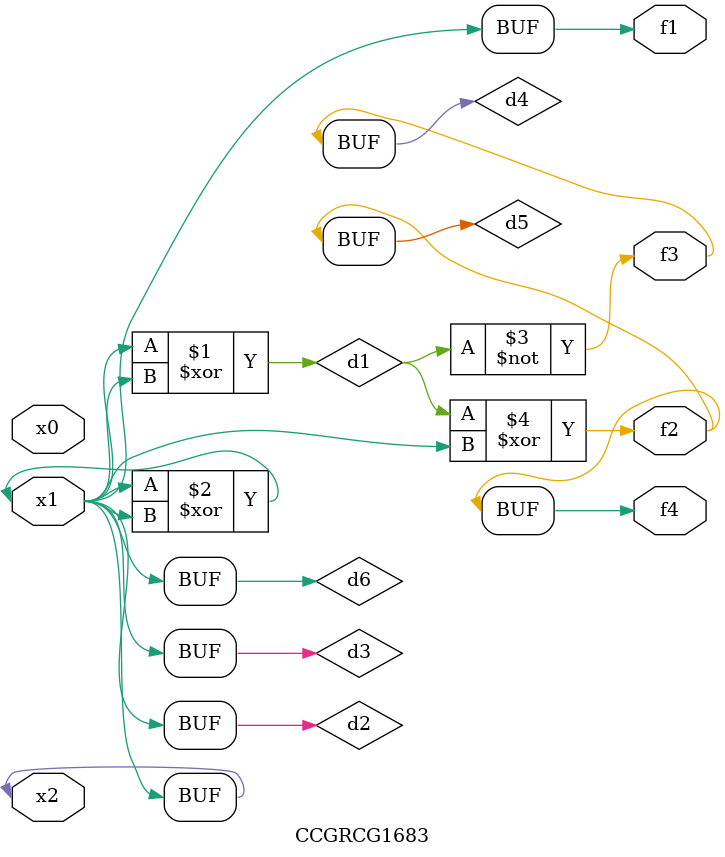
<source format=v>
module CCGRCG1683(
	input x0, x1, x2,
	output f1, f2, f3, f4
);

	wire d1, d2, d3, d4, d5, d6;

	xor (d1, x1, x2);
	buf (d2, x1, x2);
	xor (d3, x1, x2);
	nor (d4, d1);
	xor (d5, d1, d2);
	buf (d6, d2, d3);
	assign f1 = d6;
	assign f2 = d5;
	assign f3 = d4;
	assign f4 = d5;
endmodule

</source>
